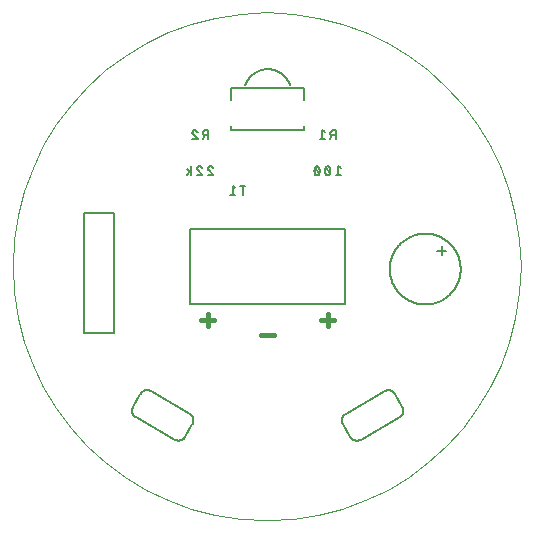
<source format=gbo>
G04 EAGLE Gerber RS-274X export*
G75*
%MOMM*%
%FSLAX34Y34*%
%LPD*%
%INSilk bottom*%
%IPPOS*%
%AMOC8*
5,1,8,0,0,1.08239X$1,22.5*%
G01*
%ADD10C,0.001000*%
%ADD11C,0.406400*%
%ADD12C,0.200000*%
%ADD13C,0.203200*%


D10*
X455400Y240400D02*
X454290Y218418D01*
X451032Y197070D01*
X445734Y176466D01*
X438504Y156712D01*
X429451Y137918D01*
X418681Y120192D01*
X406305Y103640D01*
X392428Y88372D01*
X377160Y74496D01*
X360609Y62119D01*
X342882Y51349D01*
X324088Y42296D01*
X304334Y35066D01*
X283730Y29768D01*
X262383Y26510D01*
X240400Y25400D01*
X218418Y26510D01*
X197070Y29768D01*
X176466Y35066D01*
X156712Y42296D01*
X137918Y51349D01*
X120192Y62119D01*
X103640Y74496D01*
X88372Y88372D01*
X74496Y103640D01*
X62119Y120192D01*
X51349Y137918D01*
X42296Y156712D01*
X35066Y176466D01*
X29768Y197070D01*
X26510Y218418D01*
X25400Y240400D01*
X26510Y262383D01*
X29768Y283730D01*
X35066Y304334D01*
X42296Y324088D01*
X51349Y342882D01*
X62119Y360609D01*
X74496Y377160D01*
X88372Y392428D01*
X103640Y406305D01*
X120192Y418681D01*
X137918Y429451D01*
X156712Y438504D01*
X176466Y445734D01*
X197070Y451032D01*
X218418Y454290D01*
X240400Y455400D01*
X262383Y454290D01*
X283730Y451032D01*
X304334Y445734D01*
X324088Y438504D01*
X342882Y429451D01*
X360609Y418681D01*
X377160Y406305D01*
X392428Y392428D01*
X406305Y377160D01*
X418681Y360609D01*
X429451Y342882D01*
X438504Y324088D01*
X445734Y304334D01*
X451032Y283730D01*
X454290Y262383D01*
X455400Y240400D01*
D11*
X195812Y195079D02*
X185188Y195079D01*
X190500Y189767D02*
X190500Y200391D01*
X235988Y182379D02*
X246612Y182379D01*
X286788Y195079D02*
X297412Y195079D01*
X292100Y189767D02*
X292100Y200391D01*
D12*
X306800Y272125D02*
X175800Y272125D01*
X175800Y208125D02*
X306800Y208125D01*
X306800Y272125D01*
X175800Y272125D02*
X175800Y208125D01*
X349022Y132499D02*
X355372Y121501D01*
X355450Y121363D01*
X355524Y121223D01*
X355594Y121081D01*
X355661Y120938D01*
X355724Y120793D01*
X355784Y120646D01*
X355840Y120498D01*
X355892Y120348D01*
X355941Y120198D01*
X355986Y120046D01*
X356027Y119893D01*
X356064Y119739D01*
X356097Y119584D01*
X356127Y119429D01*
X356152Y119272D01*
X356174Y119116D01*
X356191Y118958D01*
X356205Y118801D01*
X356215Y118643D01*
X356221Y118484D01*
X356223Y118326D01*
X356221Y118168D01*
X356215Y118009D01*
X356205Y117851D01*
X356191Y117694D01*
X356174Y117536D01*
X356152Y117380D01*
X356127Y117223D01*
X356097Y117068D01*
X356064Y116913D01*
X356027Y116759D01*
X355986Y116606D01*
X355941Y116454D01*
X355892Y116304D01*
X355840Y116154D01*
X355784Y116006D01*
X355724Y115859D01*
X355661Y115714D01*
X355594Y115571D01*
X355524Y115429D01*
X355450Y115289D01*
X355372Y115151D01*
X355291Y115015D01*
X355207Y114881D01*
X355120Y114749D01*
X355029Y114619D01*
X354935Y114492D01*
X354838Y114367D01*
X354737Y114244D01*
X354634Y114124D01*
X354528Y114007D01*
X354419Y113892D01*
X354307Y113780D01*
X354192Y113671D01*
X354075Y113565D01*
X353955Y113462D01*
X353832Y113361D01*
X353707Y113264D01*
X353580Y113170D01*
X353450Y113079D01*
X353318Y112992D01*
X353184Y112908D01*
X353048Y112827D01*
X353048Y112826D02*
X320052Y93776D01*
X320052Y93777D02*
X319914Y93699D01*
X319774Y93625D01*
X319632Y93555D01*
X319489Y93488D01*
X319344Y93425D01*
X319197Y93365D01*
X319049Y93309D01*
X318899Y93257D01*
X318749Y93208D01*
X318597Y93163D01*
X318444Y93122D01*
X318290Y93085D01*
X318135Y93052D01*
X317980Y93022D01*
X317823Y92997D01*
X317667Y92975D01*
X317509Y92958D01*
X317352Y92944D01*
X317194Y92934D01*
X317035Y92928D01*
X316877Y92926D01*
X316719Y92928D01*
X316560Y92934D01*
X316402Y92944D01*
X316245Y92958D01*
X316087Y92975D01*
X315931Y92997D01*
X315774Y93022D01*
X315619Y93052D01*
X315464Y93085D01*
X315310Y93122D01*
X315157Y93163D01*
X315005Y93208D01*
X314855Y93257D01*
X314705Y93309D01*
X314557Y93365D01*
X314410Y93425D01*
X314265Y93488D01*
X314122Y93555D01*
X313980Y93625D01*
X313840Y93699D01*
X313702Y93777D01*
X313566Y93858D01*
X313432Y93942D01*
X313300Y94029D01*
X313170Y94120D01*
X313043Y94214D01*
X312918Y94311D01*
X312795Y94412D01*
X312675Y94515D01*
X312558Y94621D01*
X312443Y94730D01*
X312331Y94842D01*
X312222Y94957D01*
X312116Y95074D01*
X312013Y95194D01*
X311912Y95317D01*
X311815Y95442D01*
X311721Y95569D01*
X311630Y95699D01*
X311543Y95831D01*
X311459Y95965D01*
X311378Y96101D01*
X305028Y107099D01*
X304950Y107237D01*
X304876Y107377D01*
X304806Y107519D01*
X304739Y107662D01*
X304676Y107807D01*
X304616Y107954D01*
X304560Y108102D01*
X304508Y108252D01*
X304459Y108402D01*
X304414Y108554D01*
X304373Y108707D01*
X304336Y108861D01*
X304303Y109016D01*
X304273Y109171D01*
X304248Y109328D01*
X304226Y109484D01*
X304209Y109642D01*
X304195Y109799D01*
X304185Y109957D01*
X304179Y110116D01*
X304177Y110274D01*
X304179Y110432D01*
X304185Y110591D01*
X304195Y110749D01*
X304209Y110906D01*
X304226Y111064D01*
X304248Y111220D01*
X304273Y111377D01*
X304303Y111532D01*
X304336Y111687D01*
X304373Y111841D01*
X304414Y111994D01*
X304459Y112146D01*
X304508Y112296D01*
X304560Y112446D01*
X304616Y112594D01*
X304676Y112741D01*
X304739Y112886D01*
X304806Y113029D01*
X304876Y113171D01*
X304950Y113311D01*
X305028Y113449D01*
X305109Y113585D01*
X305193Y113719D01*
X305280Y113851D01*
X305371Y113981D01*
X305465Y114108D01*
X305562Y114233D01*
X305663Y114356D01*
X305766Y114476D01*
X305872Y114593D01*
X305981Y114708D01*
X306093Y114820D01*
X306208Y114929D01*
X306325Y115035D01*
X306445Y115138D01*
X306568Y115239D01*
X306693Y115336D01*
X306820Y115430D01*
X306950Y115521D01*
X307082Y115608D01*
X307216Y115692D01*
X307352Y115773D01*
X307352Y115774D02*
X340348Y134824D01*
X340348Y134823D02*
X340486Y134901D01*
X340626Y134975D01*
X340768Y135045D01*
X340911Y135112D01*
X341056Y135175D01*
X341203Y135235D01*
X341351Y135291D01*
X341501Y135343D01*
X341651Y135392D01*
X341803Y135437D01*
X341956Y135478D01*
X342110Y135515D01*
X342265Y135548D01*
X342420Y135578D01*
X342577Y135603D01*
X342733Y135625D01*
X342891Y135642D01*
X343048Y135656D01*
X343206Y135666D01*
X343365Y135672D01*
X343523Y135674D01*
X343681Y135672D01*
X343840Y135666D01*
X343998Y135656D01*
X344155Y135642D01*
X344313Y135625D01*
X344469Y135603D01*
X344626Y135578D01*
X344781Y135548D01*
X344936Y135515D01*
X345090Y135478D01*
X345243Y135437D01*
X345395Y135392D01*
X345545Y135343D01*
X345695Y135291D01*
X345843Y135235D01*
X345990Y135175D01*
X346135Y135112D01*
X346278Y135045D01*
X346420Y134975D01*
X346560Y134901D01*
X346698Y134823D01*
X346834Y134742D01*
X346968Y134658D01*
X347100Y134571D01*
X347230Y134480D01*
X347357Y134386D01*
X347482Y134289D01*
X347605Y134188D01*
X347725Y134085D01*
X347842Y133979D01*
X347957Y133870D01*
X348069Y133758D01*
X348178Y133643D01*
X348284Y133526D01*
X348387Y133406D01*
X348488Y133283D01*
X348585Y133158D01*
X348679Y133031D01*
X348770Y132901D01*
X348857Y132769D01*
X348941Y132635D01*
X349022Y132499D01*
X111075Y184150D02*
X111075Y285750D01*
X85675Y285750D01*
X85675Y184150D01*
X111075Y184150D01*
X133578Y132499D02*
X127228Y121501D01*
X133578Y132499D02*
X133659Y132635D01*
X133743Y132769D01*
X133830Y132901D01*
X133921Y133031D01*
X134015Y133158D01*
X134112Y133283D01*
X134213Y133406D01*
X134316Y133526D01*
X134422Y133643D01*
X134531Y133758D01*
X134643Y133870D01*
X134758Y133979D01*
X134875Y134085D01*
X134995Y134188D01*
X135118Y134289D01*
X135243Y134386D01*
X135370Y134480D01*
X135500Y134571D01*
X135632Y134658D01*
X135766Y134742D01*
X135902Y134823D01*
X136040Y134901D01*
X136180Y134975D01*
X136322Y135045D01*
X136465Y135112D01*
X136610Y135175D01*
X136757Y135235D01*
X136905Y135291D01*
X137055Y135343D01*
X137205Y135392D01*
X137357Y135437D01*
X137510Y135478D01*
X137664Y135515D01*
X137819Y135548D01*
X137974Y135578D01*
X138131Y135603D01*
X138287Y135625D01*
X138445Y135642D01*
X138602Y135656D01*
X138760Y135666D01*
X138919Y135672D01*
X139077Y135674D01*
X139235Y135672D01*
X139394Y135666D01*
X139552Y135656D01*
X139709Y135642D01*
X139867Y135625D01*
X140023Y135603D01*
X140180Y135578D01*
X140335Y135548D01*
X140490Y135515D01*
X140644Y135478D01*
X140797Y135437D01*
X140949Y135392D01*
X141099Y135343D01*
X141249Y135291D01*
X141397Y135235D01*
X141544Y135175D01*
X141689Y135112D01*
X141832Y135045D01*
X141974Y134975D01*
X142114Y134901D01*
X142252Y134823D01*
X142252Y134824D02*
X175248Y115774D01*
X175248Y115773D02*
X175384Y115692D01*
X175518Y115608D01*
X175650Y115521D01*
X175780Y115430D01*
X175907Y115336D01*
X176032Y115239D01*
X176155Y115138D01*
X176275Y115035D01*
X176392Y114929D01*
X176507Y114820D01*
X176619Y114708D01*
X176728Y114593D01*
X176834Y114476D01*
X176937Y114356D01*
X177038Y114233D01*
X177135Y114108D01*
X177229Y113981D01*
X177320Y113851D01*
X177407Y113719D01*
X177491Y113585D01*
X177572Y113449D01*
X177650Y113311D01*
X177724Y113171D01*
X177794Y113029D01*
X177861Y112886D01*
X177924Y112741D01*
X177984Y112594D01*
X178040Y112446D01*
X178092Y112296D01*
X178141Y112146D01*
X178186Y111994D01*
X178227Y111841D01*
X178264Y111687D01*
X178297Y111532D01*
X178327Y111377D01*
X178352Y111220D01*
X178374Y111064D01*
X178391Y110906D01*
X178405Y110749D01*
X178415Y110591D01*
X178421Y110432D01*
X178423Y110274D01*
X178421Y110116D01*
X178415Y109957D01*
X178405Y109799D01*
X178391Y109642D01*
X178374Y109484D01*
X178352Y109328D01*
X178327Y109171D01*
X178297Y109016D01*
X178264Y108861D01*
X178227Y108707D01*
X178186Y108554D01*
X178141Y108402D01*
X178092Y108252D01*
X178040Y108102D01*
X177984Y107954D01*
X177924Y107807D01*
X177861Y107662D01*
X177794Y107519D01*
X177724Y107377D01*
X177650Y107237D01*
X177572Y107099D01*
X171222Y96101D01*
X171141Y95965D01*
X171057Y95831D01*
X170970Y95699D01*
X170879Y95569D01*
X170785Y95442D01*
X170688Y95317D01*
X170587Y95194D01*
X170484Y95074D01*
X170378Y94957D01*
X170269Y94842D01*
X170157Y94730D01*
X170042Y94621D01*
X169925Y94515D01*
X169805Y94412D01*
X169682Y94311D01*
X169557Y94214D01*
X169430Y94120D01*
X169300Y94029D01*
X169168Y93942D01*
X169034Y93858D01*
X168898Y93777D01*
X168760Y93699D01*
X168620Y93625D01*
X168478Y93555D01*
X168335Y93488D01*
X168190Y93425D01*
X168043Y93365D01*
X167895Y93309D01*
X167745Y93257D01*
X167595Y93208D01*
X167443Y93163D01*
X167290Y93122D01*
X167136Y93085D01*
X166981Y93052D01*
X166826Y93022D01*
X166669Y92997D01*
X166513Y92975D01*
X166355Y92958D01*
X166198Y92944D01*
X166040Y92934D01*
X165881Y92928D01*
X165723Y92926D01*
X165565Y92928D01*
X165406Y92934D01*
X165248Y92944D01*
X165091Y92958D01*
X164933Y92975D01*
X164777Y92997D01*
X164620Y93022D01*
X164465Y93052D01*
X164310Y93085D01*
X164156Y93122D01*
X164003Y93163D01*
X163851Y93208D01*
X163701Y93257D01*
X163551Y93309D01*
X163403Y93365D01*
X163256Y93425D01*
X163111Y93488D01*
X162968Y93555D01*
X162826Y93625D01*
X162686Y93699D01*
X162548Y93777D01*
X162548Y93776D02*
X129552Y112826D01*
X129552Y112827D02*
X129416Y112908D01*
X129282Y112992D01*
X129150Y113079D01*
X129020Y113170D01*
X128893Y113264D01*
X128768Y113361D01*
X128645Y113462D01*
X128525Y113565D01*
X128408Y113671D01*
X128293Y113780D01*
X128181Y113892D01*
X128072Y114007D01*
X127966Y114124D01*
X127863Y114244D01*
X127762Y114367D01*
X127665Y114492D01*
X127571Y114619D01*
X127480Y114749D01*
X127393Y114881D01*
X127309Y115015D01*
X127228Y115151D01*
X127150Y115289D01*
X127076Y115429D01*
X127006Y115571D01*
X126939Y115714D01*
X126876Y115859D01*
X126816Y116006D01*
X126760Y116154D01*
X126708Y116304D01*
X126659Y116454D01*
X126614Y116606D01*
X126573Y116759D01*
X126536Y116913D01*
X126503Y117068D01*
X126473Y117223D01*
X126448Y117380D01*
X126426Y117536D01*
X126409Y117694D01*
X126395Y117851D01*
X126385Y118009D01*
X126379Y118168D01*
X126377Y118326D01*
X126379Y118484D01*
X126385Y118643D01*
X126395Y118801D01*
X126409Y118958D01*
X126426Y119116D01*
X126448Y119272D01*
X126473Y119429D01*
X126503Y119584D01*
X126536Y119739D01*
X126573Y119893D01*
X126614Y120046D01*
X126659Y120198D01*
X126708Y120348D01*
X126760Y120498D01*
X126816Y120646D01*
X126876Y120793D01*
X126939Y120938D01*
X127006Y121081D01*
X127076Y121223D01*
X127150Y121363D01*
X127228Y121501D01*
X210300Y355600D02*
X210300Y358925D01*
X210300Y381000D02*
X210300Y391600D01*
X272300Y358925D02*
X272300Y355600D01*
X272300Y381000D02*
X272300Y391600D01*
X272300Y355600D02*
X210300Y355600D01*
X210300Y391600D02*
X272300Y391600D01*
X260350Y393700D02*
X260188Y394164D01*
X260016Y394625D01*
X259832Y395081D01*
X259637Y395533D01*
X259431Y395979D01*
X259215Y396421D01*
X258987Y396857D01*
X258749Y397287D01*
X258500Y397711D01*
X258241Y398129D01*
X257972Y398541D01*
X257693Y398946D01*
X257404Y399344D01*
X257106Y399735D01*
X256798Y400118D01*
X256481Y400494D01*
X256154Y400861D01*
X255819Y401221D01*
X255475Y401573D01*
X255122Y401915D01*
X254761Y402250D01*
X254393Y402575D01*
X254016Y402891D01*
X253631Y403198D01*
X253240Y403495D01*
X252841Y403782D01*
X252435Y404060D01*
X252022Y404328D01*
X251603Y404585D01*
X251178Y404832D01*
X250747Y405069D01*
X250310Y405295D01*
X249868Y405510D01*
X249421Y405715D01*
X248969Y405908D01*
X248512Y406090D01*
X248051Y406261D01*
X247586Y406421D01*
X247117Y406569D01*
X246644Y406706D01*
X246169Y406831D01*
X245690Y406944D01*
X245209Y407046D01*
X244726Y407136D01*
X244240Y407214D01*
X243753Y407280D01*
X243264Y407334D01*
X242774Y407376D01*
X242283Y407406D01*
X241792Y407424D01*
X241300Y407430D01*
X240808Y407424D01*
X240317Y407406D01*
X239826Y407376D01*
X239336Y407334D01*
X238847Y407280D01*
X238360Y407214D01*
X237874Y407136D01*
X237391Y407046D01*
X236910Y406944D01*
X236431Y406831D01*
X235956Y406706D01*
X235483Y406569D01*
X235014Y406421D01*
X234549Y406261D01*
X234088Y406090D01*
X233631Y405908D01*
X233179Y405715D01*
X232732Y405510D01*
X232290Y405295D01*
X231853Y405069D01*
X231422Y404832D01*
X230997Y404585D01*
X230578Y404328D01*
X230165Y404060D01*
X229759Y403782D01*
X229360Y403495D01*
X228969Y403198D01*
X228584Y402891D01*
X228207Y402575D01*
X227839Y402250D01*
X227478Y401915D01*
X227125Y401573D01*
X226781Y401221D01*
X226446Y400861D01*
X226119Y400494D01*
X225802Y400118D01*
X225494Y399735D01*
X225196Y399344D01*
X224907Y398946D01*
X224628Y398541D01*
X224359Y398129D01*
X224100Y397711D01*
X223851Y397287D01*
X223613Y396857D01*
X223385Y396421D01*
X223169Y395979D01*
X222963Y395533D01*
X222768Y395081D01*
X222584Y394625D01*
X222412Y394164D01*
X222250Y393700D01*
D13*
X298762Y355774D02*
X298762Y347806D01*
X298762Y355774D02*
X296549Y355774D01*
X296456Y355772D01*
X296364Y355766D01*
X296272Y355757D01*
X296180Y355743D01*
X296089Y355726D01*
X295999Y355704D01*
X295909Y355680D01*
X295821Y355651D01*
X295734Y355619D01*
X295649Y355583D01*
X295565Y355543D01*
X295483Y355500D01*
X295403Y355454D01*
X295324Y355404D01*
X295248Y355351D01*
X295174Y355295D01*
X295103Y355236D01*
X295034Y355174D01*
X294968Y355109D01*
X294904Y355042D01*
X294844Y354972D01*
X294786Y354899D01*
X294732Y354824D01*
X294681Y354747D01*
X294632Y354668D01*
X294588Y354586D01*
X294547Y354503D01*
X294509Y354419D01*
X294475Y354332D01*
X294444Y354245D01*
X294418Y354156D01*
X294394Y354066D01*
X294375Y353976D01*
X294360Y353884D01*
X294348Y353792D01*
X294340Y353700D01*
X294336Y353607D01*
X294336Y353515D01*
X294340Y353422D01*
X294348Y353330D01*
X294360Y353238D01*
X294375Y353146D01*
X294394Y353056D01*
X294418Y352966D01*
X294444Y352877D01*
X294475Y352790D01*
X294509Y352703D01*
X294547Y352619D01*
X294588Y352536D01*
X294632Y352455D01*
X294681Y352375D01*
X294732Y352298D01*
X294786Y352223D01*
X294844Y352150D01*
X294904Y352080D01*
X294968Y352013D01*
X295034Y351948D01*
X295103Y351886D01*
X295174Y351827D01*
X295248Y351771D01*
X295324Y351718D01*
X295403Y351668D01*
X295483Y351622D01*
X295565Y351579D01*
X295649Y351539D01*
X295734Y351503D01*
X295821Y351471D01*
X295909Y351442D01*
X295999Y351418D01*
X296089Y351396D01*
X296180Y351379D01*
X296272Y351365D01*
X296364Y351356D01*
X296456Y351350D01*
X296549Y351348D01*
X296549Y351347D02*
X298762Y351347D01*
X296106Y351347D02*
X294335Y347806D01*
X289865Y354003D02*
X287651Y355774D01*
X287651Y347806D01*
X285438Y347806D02*
X289865Y347806D01*
X301100Y325294D02*
X303313Y323523D01*
X301100Y325294D02*
X301100Y317326D01*
X303313Y317326D02*
X298887Y317326D01*
X294313Y321310D02*
X294311Y321467D01*
X294306Y321623D01*
X294296Y321780D01*
X294283Y321936D01*
X294266Y322092D01*
X294246Y322247D01*
X294222Y322402D01*
X294194Y322556D01*
X294162Y322710D01*
X294127Y322863D01*
X294088Y323015D01*
X294045Y323165D01*
X293999Y323315D01*
X293950Y323464D01*
X293896Y323611D01*
X293840Y323758D01*
X293780Y323902D01*
X293716Y324046D01*
X293649Y324187D01*
X293622Y324260D01*
X293592Y324332D01*
X293558Y324403D01*
X293521Y324471D01*
X293480Y324538D01*
X293436Y324603D01*
X293390Y324666D01*
X293340Y324726D01*
X293288Y324784D01*
X293232Y324839D01*
X293175Y324892D01*
X293115Y324942D01*
X293052Y324989D01*
X292987Y325033D01*
X292921Y325074D01*
X292852Y325111D01*
X292782Y325145D01*
X292710Y325176D01*
X292637Y325203D01*
X292563Y325227D01*
X292487Y325248D01*
X292411Y325264D01*
X292334Y325277D01*
X292256Y325287D01*
X292178Y325292D01*
X292100Y325294D01*
X292022Y325292D01*
X291944Y325287D01*
X291866Y325277D01*
X291789Y325264D01*
X291713Y325248D01*
X291637Y325227D01*
X291563Y325203D01*
X291490Y325176D01*
X291418Y325145D01*
X291348Y325111D01*
X291279Y325074D01*
X291213Y325033D01*
X291148Y324989D01*
X291085Y324942D01*
X291025Y324892D01*
X290968Y324839D01*
X290912Y324784D01*
X290860Y324726D01*
X290810Y324666D01*
X290764Y324603D01*
X290720Y324538D01*
X290679Y324472D01*
X290642Y324403D01*
X290608Y324332D01*
X290578Y324261D01*
X290551Y324187D01*
X290484Y324046D01*
X290420Y323902D01*
X290360Y323758D01*
X290304Y323611D01*
X290250Y323464D01*
X290201Y323315D01*
X290155Y323165D01*
X290112Y323015D01*
X290073Y322863D01*
X290038Y322710D01*
X290006Y322556D01*
X289978Y322402D01*
X289954Y322247D01*
X289934Y322092D01*
X289917Y321936D01*
X289904Y321780D01*
X289894Y321623D01*
X289889Y321467D01*
X289887Y321310D01*
X294313Y321310D02*
X294311Y321153D01*
X294306Y320997D01*
X294296Y320840D01*
X294283Y320684D01*
X294266Y320528D01*
X294246Y320373D01*
X294222Y320218D01*
X294194Y320064D01*
X294162Y319910D01*
X294127Y319757D01*
X294088Y319605D01*
X294045Y319455D01*
X293999Y319305D01*
X293950Y319156D01*
X293896Y319009D01*
X293840Y318863D01*
X293780Y318718D01*
X293716Y318575D01*
X293649Y318433D01*
X293622Y318359D01*
X293592Y318288D01*
X293558Y318217D01*
X293521Y318149D01*
X293480Y318082D01*
X293436Y318017D01*
X293390Y317954D01*
X293340Y317894D01*
X293288Y317836D01*
X293232Y317781D01*
X293175Y317728D01*
X293115Y317678D01*
X293052Y317631D01*
X292987Y317587D01*
X292921Y317546D01*
X292852Y317509D01*
X292782Y317475D01*
X292710Y317444D01*
X292637Y317417D01*
X292563Y317393D01*
X292487Y317372D01*
X292411Y317356D01*
X292334Y317343D01*
X292256Y317333D01*
X292178Y317328D01*
X292100Y317326D01*
X290551Y318433D02*
X290484Y318575D01*
X290420Y318718D01*
X290360Y318863D01*
X290304Y319009D01*
X290250Y319156D01*
X290201Y319305D01*
X290155Y319455D01*
X290112Y319605D01*
X290073Y319757D01*
X290038Y319910D01*
X290006Y320064D01*
X289978Y320218D01*
X289954Y320373D01*
X289934Y320528D01*
X289917Y320684D01*
X289904Y320840D01*
X289894Y320997D01*
X289889Y321153D01*
X289887Y321310D01*
X290551Y318433D02*
X290578Y318359D01*
X290608Y318288D01*
X290642Y318217D01*
X290679Y318148D01*
X290720Y318082D01*
X290764Y318017D01*
X290810Y317954D01*
X290860Y317894D01*
X290912Y317836D01*
X290968Y317781D01*
X291025Y317728D01*
X291085Y317678D01*
X291148Y317631D01*
X291213Y317587D01*
X291279Y317546D01*
X291348Y317509D01*
X291418Y317475D01*
X291490Y317444D01*
X291563Y317417D01*
X291637Y317393D01*
X291713Y317372D01*
X291789Y317356D01*
X291866Y317343D01*
X291944Y317333D01*
X292022Y317328D01*
X292100Y317326D01*
X293871Y319097D02*
X290329Y323523D01*
X285313Y321310D02*
X285311Y321467D01*
X285306Y321623D01*
X285296Y321780D01*
X285283Y321936D01*
X285266Y322092D01*
X285246Y322247D01*
X285222Y322402D01*
X285194Y322556D01*
X285162Y322710D01*
X285127Y322863D01*
X285088Y323015D01*
X285045Y323165D01*
X284999Y323315D01*
X284950Y323464D01*
X284896Y323611D01*
X284840Y323758D01*
X284780Y323902D01*
X284716Y324046D01*
X284649Y324187D01*
X284622Y324260D01*
X284592Y324332D01*
X284558Y324403D01*
X284521Y324471D01*
X284480Y324538D01*
X284436Y324603D01*
X284390Y324666D01*
X284340Y324726D01*
X284288Y324784D01*
X284232Y324839D01*
X284175Y324892D01*
X284115Y324942D01*
X284052Y324989D01*
X283987Y325033D01*
X283921Y325074D01*
X283852Y325111D01*
X283782Y325145D01*
X283710Y325176D01*
X283637Y325203D01*
X283563Y325227D01*
X283487Y325248D01*
X283411Y325264D01*
X283334Y325277D01*
X283256Y325287D01*
X283178Y325292D01*
X283100Y325294D01*
X283022Y325292D01*
X282944Y325287D01*
X282866Y325277D01*
X282789Y325264D01*
X282713Y325248D01*
X282637Y325227D01*
X282563Y325203D01*
X282490Y325176D01*
X282418Y325145D01*
X282348Y325111D01*
X282279Y325074D01*
X282213Y325033D01*
X282148Y324989D01*
X282085Y324942D01*
X282025Y324892D01*
X281968Y324839D01*
X281912Y324784D01*
X281860Y324726D01*
X281810Y324666D01*
X281764Y324603D01*
X281720Y324538D01*
X281679Y324472D01*
X281642Y324403D01*
X281608Y324332D01*
X281578Y324261D01*
X281551Y324187D01*
X281484Y324046D01*
X281420Y323902D01*
X281360Y323758D01*
X281304Y323611D01*
X281250Y323464D01*
X281201Y323315D01*
X281155Y323165D01*
X281112Y323015D01*
X281073Y322863D01*
X281038Y322710D01*
X281006Y322556D01*
X280978Y322402D01*
X280954Y322247D01*
X280934Y322092D01*
X280917Y321936D01*
X280904Y321780D01*
X280894Y321623D01*
X280889Y321467D01*
X280887Y321310D01*
X285313Y321310D02*
X285311Y321153D01*
X285306Y320997D01*
X285296Y320840D01*
X285283Y320684D01*
X285266Y320528D01*
X285246Y320373D01*
X285222Y320218D01*
X285194Y320064D01*
X285162Y319910D01*
X285127Y319757D01*
X285088Y319605D01*
X285045Y319455D01*
X284999Y319305D01*
X284950Y319156D01*
X284896Y319009D01*
X284840Y318863D01*
X284780Y318718D01*
X284716Y318575D01*
X284649Y318433D01*
X284622Y318359D01*
X284592Y318288D01*
X284558Y318217D01*
X284521Y318149D01*
X284480Y318082D01*
X284436Y318017D01*
X284390Y317954D01*
X284340Y317894D01*
X284288Y317836D01*
X284232Y317781D01*
X284175Y317728D01*
X284115Y317678D01*
X284052Y317631D01*
X283987Y317587D01*
X283921Y317546D01*
X283852Y317509D01*
X283782Y317475D01*
X283710Y317444D01*
X283637Y317417D01*
X283563Y317393D01*
X283487Y317372D01*
X283411Y317356D01*
X283334Y317343D01*
X283256Y317333D01*
X283178Y317328D01*
X283100Y317326D01*
X281551Y318433D02*
X281484Y318575D01*
X281420Y318718D01*
X281360Y318863D01*
X281304Y319009D01*
X281250Y319156D01*
X281201Y319305D01*
X281155Y319455D01*
X281112Y319605D01*
X281073Y319757D01*
X281038Y319910D01*
X281006Y320064D01*
X280978Y320218D01*
X280954Y320373D01*
X280934Y320528D01*
X280917Y320684D01*
X280904Y320840D01*
X280894Y320997D01*
X280889Y321153D01*
X280887Y321310D01*
X281551Y318433D02*
X281578Y318359D01*
X281608Y318288D01*
X281642Y318217D01*
X281679Y318148D01*
X281720Y318082D01*
X281764Y318017D01*
X281810Y317954D01*
X281860Y317894D01*
X281912Y317836D01*
X281968Y317781D01*
X282025Y317728D01*
X282085Y317678D01*
X282148Y317631D01*
X282213Y317587D01*
X282279Y317546D01*
X282348Y317509D01*
X282418Y317475D01*
X282490Y317444D01*
X282563Y317417D01*
X282637Y317393D01*
X282713Y317372D01*
X282789Y317356D01*
X282866Y317343D01*
X282944Y317333D01*
X283022Y317328D01*
X283100Y317326D01*
X284871Y319097D02*
X281329Y323523D01*
X190812Y347806D02*
X190812Y355774D01*
X188599Y355774D01*
X188506Y355772D01*
X188414Y355766D01*
X188322Y355757D01*
X188230Y355743D01*
X188139Y355726D01*
X188049Y355704D01*
X187959Y355680D01*
X187871Y355651D01*
X187784Y355619D01*
X187699Y355583D01*
X187615Y355543D01*
X187533Y355500D01*
X187453Y355454D01*
X187374Y355404D01*
X187298Y355351D01*
X187224Y355295D01*
X187153Y355236D01*
X187084Y355174D01*
X187018Y355109D01*
X186954Y355042D01*
X186894Y354972D01*
X186836Y354899D01*
X186782Y354824D01*
X186731Y354747D01*
X186682Y354668D01*
X186638Y354586D01*
X186597Y354503D01*
X186559Y354419D01*
X186525Y354332D01*
X186494Y354245D01*
X186468Y354156D01*
X186444Y354066D01*
X186425Y353976D01*
X186410Y353884D01*
X186398Y353792D01*
X186390Y353700D01*
X186386Y353607D01*
X186386Y353515D01*
X186390Y353422D01*
X186398Y353330D01*
X186410Y353238D01*
X186425Y353146D01*
X186444Y353056D01*
X186468Y352966D01*
X186494Y352877D01*
X186525Y352790D01*
X186559Y352703D01*
X186597Y352619D01*
X186638Y352536D01*
X186682Y352455D01*
X186731Y352375D01*
X186782Y352298D01*
X186836Y352223D01*
X186894Y352150D01*
X186954Y352080D01*
X187018Y352013D01*
X187084Y351948D01*
X187153Y351886D01*
X187224Y351827D01*
X187298Y351771D01*
X187374Y351718D01*
X187453Y351668D01*
X187533Y351622D01*
X187615Y351579D01*
X187699Y351539D01*
X187784Y351503D01*
X187871Y351471D01*
X187959Y351442D01*
X188049Y351418D01*
X188139Y351396D01*
X188230Y351379D01*
X188322Y351365D01*
X188414Y351356D01*
X188506Y351350D01*
X188599Y351348D01*
X188599Y351347D02*
X190812Y351347D01*
X188156Y351347D02*
X186385Y347806D01*
X179480Y355774D02*
X179393Y355772D01*
X179306Y355766D01*
X179220Y355757D01*
X179134Y355744D01*
X179049Y355727D01*
X178964Y355706D01*
X178881Y355682D01*
X178799Y355654D01*
X178718Y355622D01*
X178638Y355587D01*
X178560Y355549D01*
X178484Y355507D01*
X178410Y355462D01*
X178337Y355414D01*
X178267Y355362D01*
X178200Y355308D01*
X178134Y355251D01*
X178071Y355191D01*
X178011Y355128D01*
X177954Y355062D01*
X177900Y354995D01*
X177848Y354925D01*
X177800Y354852D01*
X177755Y354778D01*
X177713Y354702D01*
X177675Y354624D01*
X177640Y354544D01*
X177608Y354463D01*
X177580Y354381D01*
X177556Y354298D01*
X177535Y354213D01*
X177518Y354128D01*
X177505Y354042D01*
X177496Y353956D01*
X177490Y353869D01*
X177488Y353782D01*
X179480Y355774D02*
X179581Y355772D01*
X179681Y355766D01*
X179781Y355756D01*
X179881Y355742D01*
X179980Y355725D01*
X180078Y355703D01*
X180175Y355678D01*
X180271Y355649D01*
X180366Y355616D01*
X180460Y355579D01*
X180552Y355539D01*
X180643Y355495D01*
X180731Y355447D01*
X180818Y355396D01*
X180903Y355342D01*
X180985Y355285D01*
X181065Y355224D01*
X181143Y355160D01*
X181218Y355093D01*
X181291Y355023D01*
X181360Y354951D01*
X181427Y354876D01*
X181491Y354798D01*
X181551Y354718D01*
X181609Y354635D01*
X181663Y354550D01*
X181714Y354464D01*
X181761Y354375D01*
X181805Y354284D01*
X181845Y354192D01*
X181882Y354098D01*
X181915Y354003D01*
X178152Y352232D02*
X178087Y352297D01*
X178026Y352364D01*
X177967Y352433D01*
X177911Y352505D01*
X177858Y352580D01*
X177808Y352656D01*
X177762Y352735D01*
X177719Y352815D01*
X177679Y352897D01*
X177644Y352981D01*
X177611Y353066D01*
X177583Y353153D01*
X177558Y353241D01*
X177536Y353329D01*
X177519Y353419D01*
X177505Y353509D01*
X177496Y353600D01*
X177490Y353691D01*
X177488Y353782D01*
X178152Y352233D02*
X181915Y347806D01*
X177488Y347806D01*
X192652Y325294D02*
X192565Y325292D01*
X192478Y325286D01*
X192392Y325277D01*
X192306Y325264D01*
X192221Y325247D01*
X192136Y325226D01*
X192053Y325202D01*
X191971Y325174D01*
X191890Y325142D01*
X191810Y325107D01*
X191732Y325069D01*
X191656Y325027D01*
X191582Y324982D01*
X191509Y324934D01*
X191439Y324882D01*
X191372Y324828D01*
X191306Y324771D01*
X191243Y324711D01*
X191183Y324648D01*
X191126Y324582D01*
X191072Y324515D01*
X191020Y324445D01*
X190972Y324372D01*
X190927Y324298D01*
X190885Y324222D01*
X190847Y324144D01*
X190812Y324064D01*
X190780Y323983D01*
X190752Y323901D01*
X190728Y323818D01*
X190707Y323733D01*
X190690Y323648D01*
X190677Y323562D01*
X190668Y323476D01*
X190662Y323389D01*
X190660Y323302D01*
X192652Y325294D02*
X192753Y325292D01*
X192853Y325286D01*
X192953Y325276D01*
X193053Y325262D01*
X193152Y325245D01*
X193250Y325223D01*
X193347Y325198D01*
X193443Y325169D01*
X193538Y325136D01*
X193632Y325099D01*
X193724Y325059D01*
X193815Y325015D01*
X193903Y324967D01*
X193990Y324916D01*
X194075Y324862D01*
X194157Y324805D01*
X194237Y324744D01*
X194315Y324680D01*
X194390Y324613D01*
X194463Y324543D01*
X194532Y324471D01*
X194599Y324396D01*
X194663Y324318D01*
X194723Y324238D01*
X194781Y324155D01*
X194835Y324070D01*
X194886Y323984D01*
X194933Y323895D01*
X194977Y323804D01*
X195017Y323712D01*
X195054Y323618D01*
X195087Y323523D01*
X191323Y321752D02*
X191258Y321817D01*
X191197Y321884D01*
X191138Y321953D01*
X191082Y322025D01*
X191029Y322100D01*
X190979Y322176D01*
X190933Y322255D01*
X190890Y322335D01*
X190850Y322417D01*
X190815Y322501D01*
X190782Y322586D01*
X190754Y322673D01*
X190729Y322761D01*
X190707Y322849D01*
X190690Y322939D01*
X190676Y323029D01*
X190667Y323120D01*
X190661Y323211D01*
X190659Y323302D01*
X191324Y321753D02*
X195086Y317326D01*
X190660Y317326D01*
X183652Y325294D02*
X183565Y325292D01*
X183478Y325286D01*
X183392Y325277D01*
X183306Y325264D01*
X183221Y325247D01*
X183136Y325226D01*
X183053Y325202D01*
X182971Y325174D01*
X182890Y325142D01*
X182810Y325107D01*
X182732Y325069D01*
X182656Y325027D01*
X182582Y324982D01*
X182509Y324934D01*
X182439Y324882D01*
X182372Y324828D01*
X182306Y324771D01*
X182243Y324711D01*
X182183Y324648D01*
X182126Y324582D01*
X182072Y324515D01*
X182020Y324445D01*
X181972Y324372D01*
X181927Y324298D01*
X181885Y324222D01*
X181847Y324144D01*
X181812Y324064D01*
X181780Y323983D01*
X181752Y323901D01*
X181728Y323818D01*
X181707Y323733D01*
X181690Y323648D01*
X181677Y323562D01*
X181668Y323476D01*
X181662Y323389D01*
X181660Y323302D01*
X183652Y325294D02*
X183753Y325292D01*
X183853Y325286D01*
X183953Y325276D01*
X184053Y325262D01*
X184152Y325245D01*
X184250Y325223D01*
X184347Y325198D01*
X184443Y325169D01*
X184538Y325136D01*
X184632Y325099D01*
X184724Y325059D01*
X184815Y325015D01*
X184903Y324967D01*
X184990Y324916D01*
X185075Y324862D01*
X185157Y324805D01*
X185237Y324744D01*
X185315Y324680D01*
X185390Y324613D01*
X185463Y324543D01*
X185532Y324471D01*
X185599Y324396D01*
X185663Y324318D01*
X185723Y324238D01*
X185781Y324155D01*
X185835Y324070D01*
X185886Y323984D01*
X185933Y323895D01*
X185977Y323804D01*
X186017Y323712D01*
X186054Y323618D01*
X186087Y323523D01*
X182323Y321752D02*
X182258Y321817D01*
X182197Y321884D01*
X182138Y321953D01*
X182082Y322025D01*
X182029Y322100D01*
X181979Y322176D01*
X181933Y322255D01*
X181890Y322335D01*
X181850Y322417D01*
X181815Y322501D01*
X181782Y322586D01*
X181754Y322673D01*
X181729Y322761D01*
X181707Y322849D01*
X181690Y322939D01*
X181676Y323029D01*
X181667Y323120D01*
X181661Y323211D01*
X181659Y323302D01*
X182324Y321753D02*
X186086Y317326D01*
X181660Y317326D01*
X176755Y317326D02*
X176755Y325294D01*
X173214Y322638D02*
X176755Y319982D01*
X175206Y321089D02*
X173214Y317326D01*
X220100Y308784D02*
X220100Y300816D01*
X222313Y308784D02*
X217887Y308784D01*
X213913Y307013D02*
X211700Y308784D01*
X211700Y300816D01*
X213913Y300816D02*
X209487Y300816D01*
D12*
X384810Y253415D02*
X392430Y253415D01*
X388620Y249605D02*
X388620Y257225D01*
X344650Y238175D02*
X344659Y238911D01*
X344686Y239647D01*
X344731Y240382D01*
X344794Y241116D01*
X344876Y241847D01*
X344975Y242577D01*
X345092Y243304D01*
X345226Y244028D01*
X345379Y244748D01*
X345549Y245464D01*
X345737Y246176D01*
X345942Y246884D01*
X346164Y247585D01*
X346404Y248282D01*
X346660Y248972D01*
X346934Y249656D01*
X347224Y250332D01*
X347530Y251002D01*
X347853Y251663D01*
X348192Y252317D01*
X348547Y252962D01*
X348918Y253598D01*
X349304Y254225D01*
X349706Y254842D01*
X350122Y255449D01*
X350554Y256046D01*
X351000Y256632D01*
X351460Y257207D01*
X351934Y257770D01*
X352421Y258322D01*
X352923Y258861D01*
X353437Y259388D01*
X353964Y259902D01*
X354503Y260404D01*
X355055Y260891D01*
X355618Y261365D01*
X356193Y261825D01*
X356779Y262271D01*
X357376Y262703D01*
X357983Y263119D01*
X358600Y263521D01*
X359227Y263907D01*
X359863Y264278D01*
X360508Y264633D01*
X361162Y264972D01*
X361823Y265295D01*
X362493Y265601D01*
X363169Y265891D01*
X363853Y266165D01*
X364543Y266421D01*
X365240Y266661D01*
X365941Y266883D01*
X366649Y267088D01*
X367361Y267276D01*
X368077Y267446D01*
X368797Y267599D01*
X369521Y267733D01*
X370248Y267850D01*
X370978Y267949D01*
X371709Y268031D01*
X372443Y268094D01*
X373178Y268139D01*
X373914Y268166D01*
X374650Y268175D01*
X375386Y268166D01*
X376122Y268139D01*
X376857Y268094D01*
X377591Y268031D01*
X378322Y267949D01*
X379052Y267850D01*
X379779Y267733D01*
X380503Y267599D01*
X381223Y267446D01*
X381939Y267276D01*
X382651Y267088D01*
X383359Y266883D01*
X384060Y266661D01*
X384757Y266421D01*
X385447Y266165D01*
X386131Y265891D01*
X386807Y265601D01*
X387477Y265295D01*
X388138Y264972D01*
X388792Y264633D01*
X389437Y264278D01*
X390073Y263907D01*
X390700Y263521D01*
X391317Y263119D01*
X391924Y262703D01*
X392521Y262271D01*
X393107Y261825D01*
X393682Y261365D01*
X394245Y260891D01*
X394797Y260404D01*
X395336Y259902D01*
X395863Y259388D01*
X396377Y258861D01*
X396879Y258322D01*
X397366Y257770D01*
X397840Y257207D01*
X398300Y256632D01*
X398746Y256046D01*
X399178Y255449D01*
X399594Y254842D01*
X399996Y254225D01*
X400382Y253598D01*
X400753Y252962D01*
X401108Y252317D01*
X401447Y251663D01*
X401770Y251002D01*
X402076Y250332D01*
X402366Y249656D01*
X402640Y248972D01*
X402896Y248282D01*
X403136Y247585D01*
X403358Y246884D01*
X403563Y246176D01*
X403751Y245464D01*
X403921Y244748D01*
X404074Y244028D01*
X404208Y243304D01*
X404325Y242577D01*
X404424Y241847D01*
X404506Y241116D01*
X404569Y240382D01*
X404614Y239647D01*
X404641Y238911D01*
X404650Y238175D01*
X404641Y237439D01*
X404614Y236703D01*
X404569Y235968D01*
X404506Y235234D01*
X404424Y234503D01*
X404325Y233773D01*
X404208Y233046D01*
X404074Y232322D01*
X403921Y231602D01*
X403751Y230886D01*
X403563Y230174D01*
X403358Y229466D01*
X403136Y228765D01*
X402896Y228068D01*
X402640Y227378D01*
X402366Y226694D01*
X402076Y226018D01*
X401770Y225348D01*
X401447Y224687D01*
X401108Y224033D01*
X400753Y223388D01*
X400382Y222752D01*
X399996Y222125D01*
X399594Y221508D01*
X399178Y220901D01*
X398746Y220304D01*
X398300Y219718D01*
X397840Y219143D01*
X397366Y218580D01*
X396879Y218028D01*
X396377Y217489D01*
X395863Y216962D01*
X395336Y216448D01*
X394797Y215946D01*
X394245Y215459D01*
X393682Y214985D01*
X393107Y214525D01*
X392521Y214079D01*
X391924Y213647D01*
X391317Y213231D01*
X390700Y212829D01*
X390073Y212443D01*
X389437Y212072D01*
X388792Y211717D01*
X388138Y211378D01*
X387477Y211055D01*
X386807Y210749D01*
X386131Y210459D01*
X385447Y210185D01*
X384757Y209929D01*
X384060Y209689D01*
X383359Y209467D01*
X382651Y209262D01*
X381939Y209074D01*
X381223Y208904D01*
X380503Y208751D01*
X379779Y208617D01*
X379052Y208500D01*
X378322Y208401D01*
X377591Y208319D01*
X376857Y208256D01*
X376122Y208211D01*
X375386Y208184D01*
X374650Y208175D01*
X373914Y208184D01*
X373178Y208211D01*
X372443Y208256D01*
X371709Y208319D01*
X370978Y208401D01*
X370248Y208500D01*
X369521Y208617D01*
X368797Y208751D01*
X368077Y208904D01*
X367361Y209074D01*
X366649Y209262D01*
X365941Y209467D01*
X365240Y209689D01*
X364543Y209929D01*
X363853Y210185D01*
X363169Y210459D01*
X362493Y210749D01*
X361823Y211055D01*
X361162Y211378D01*
X360508Y211717D01*
X359863Y212072D01*
X359227Y212443D01*
X358600Y212829D01*
X357983Y213231D01*
X357376Y213647D01*
X356779Y214079D01*
X356193Y214525D01*
X355618Y214985D01*
X355055Y215459D01*
X354503Y215946D01*
X353964Y216448D01*
X353437Y216962D01*
X352923Y217489D01*
X352421Y218028D01*
X351934Y218580D01*
X351460Y219143D01*
X351000Y219718D01*
X350554Y220304D01*
X350122Y220901D01*
X349706Y221508D01*
X349304Y222125D01*
X348918Y222752D01*
X348547Y223388D01*
X348192Y224033D01*
X347853Y224687D01*
X347530Y225348D01*
X347224Y226018D01*
X346934Y226694D01*
X346660Y227378D01*
X346404Y228068D01*
X346164Y228765D01*
X345942Y229466D01*
X345737Y230174D01*
X345549Y230886D01*
X345379Y231602D01*
X345226Y232322D01*
X345092Y233046D01*
X344975Y233773D01*
X344876Y234503D01*
X344794Y235234D01*
X344731Y235968D01*
X344686Y236703D01*
X344659Y237439D01*
X344650Y238175D01*
M02*

</source>
